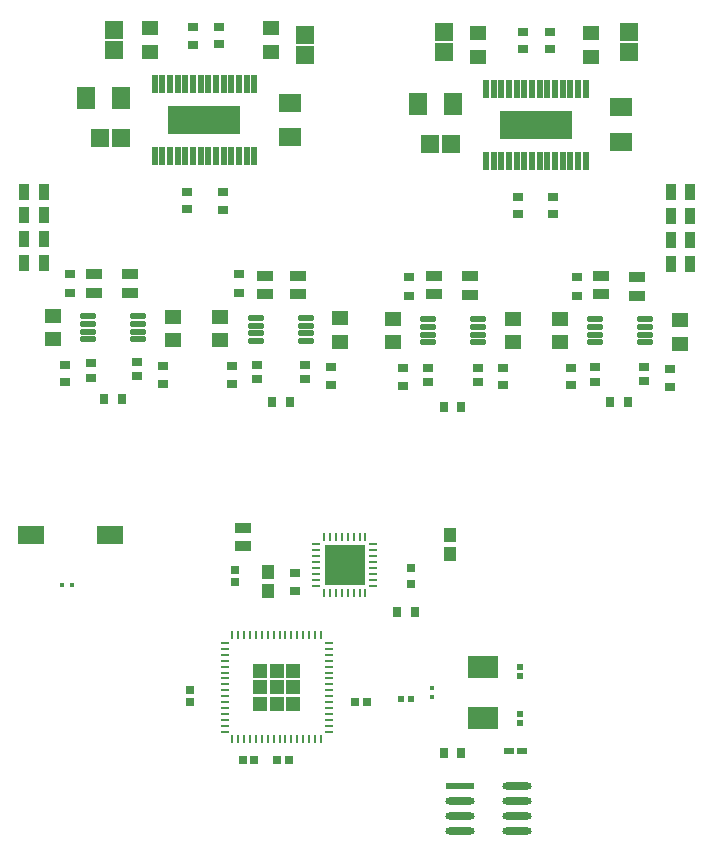
<source format=gtp>
G04*
G04 #@! TF.GenerationSoftware,Altium Limited,Altium Designer,22.10.1 (41)*
G04*
G04 Layer_Color=8421504*
%FSLAX24Y24*%
%MOIN*%
G70*
G04*
G04 #@! TF.SameCoordinates,1A49A545-8501-46E2-8B4D-154AAFE9D792*
G04*
G04*
G04 #@! TF.FilePolarity,Positive*
G04*
G01*
G75*
%ADD17R,0.0335X0.0531*%
%ADD18R,0.0571X0.0472*%
G04:AMPARAMS|DCode=19|XSize=9.8mil|YSize=27.6mil|CornerRadius=2mil|HoleSize=0mil|Usage=FLASHONLY|Rotation=90.000|XOffset=0mil|YOffset=0mil|HoleType=Round|Shape=RoundedRectangle|*
%AMROUNDEDRECTD19*
21,1,0.0098,0.0236,0,0,90.0*
21,1,0.0059,0.0276,0,0,90.0*
1,1,0.0039,0.0118,0.0030*
1,1,0.0039,0.0118,-0.0030*
1,1,0.0039,-0.0118,-0.0030*
1,1,0.0039,-0.0118,0.0030*
%
%ADD19ROUNDEDRECTD19*%
G04:AMPARAMS|DCode=20|XSize=9.8mil|YSize=27.6mil|CornerRadius=2mil|HoleSize=0mil|Usage=FLASHONLY|Rotation=0.000|XOffset=0mil|YOffset=0mil|HoleType=Round|Shape=RoundedRectangle|*
%AMROUNDEDRECTD20*
21,1,0.0098,0.0236,0,0,0.0*
21,1,0.0059,0.0276,0,0,0.0*
1,1,0.0039,0.0030,-0.0118*
1,1,0.0039,-0.0030,-0.0118*
1,1,0.0039,-0.0030,0.0118*
1,1,0.0039,0.0030,0.0118*
%
%ADD20ROUNDEDRECTD20*%
%ADD21R,0.1358X0.1358*%
%ADD22R,0.0354X0.0295*%
G04:AMPARAMS|DCode=23|XSize=97.4mil|YSize=24.5mil|CornerRadius=12.2mil|HoleSize=0mil|Usage=FLASHONLY|Rotation=0.000|XOffset=0mil|YOffset=0mil|HoleType=Round|Shape=RoundedRectangle|*
%AMROUNDEDRECTD23*
21,1,0.0974,0.0000,0,0,0.0*
21,1,0.0729,0.0245,0,0,0.0*
1,1,0.0245,0.0365,0.0000*
1,1,0.0245,-0.0365,0.0000*
1,1,0.0245,-0.0365,0.0000*
1,1,0.0245,0.0365,0.0000*
%
%ADD23ROUNDEDRECTD23*%
%ADD24R,0.0974X0.0245*%
%ADD25R,0.0315X0.0354*%
%ADD26R,0.0374X0.0217*%
%ADD27R,0.0354X0.0315*%
%ADD28R,0.0205X0.0220*%
%ADD29R,0.0299X0.0283*%
%ADD30R,0.0283X0.0299*%
G04:AMPARAMS|DCode=31|XSize=9.4mil|YSize=23.6mil|CornerRadius=1.2mil|HoleSize=0mil|Usage=FLASHONLY|Rotation=0.000|XOffset=0mil|YOffset=0mil|HoleType=Round|Shape=RoundedRectangle|*
%AMROUNDEDRECTD31*
21,1,0.0094,0.0213,0,0,0.0*
21,1,0.0071,0.0236,0,0,0.0*
1,1,0.0024,0.0035,-0.0106*
1,1,0.0024,-0.0035,-0.0106*
1,1,0.0024,-0.0035,0.0106*
1,1,0.0024,0.0035,0.0106*
%
%ADD31ROUNDEDRECTD31*%
G04:AMPARAMS|DCode=32|XSize=23.6mil|YSize=9.4mil|CornerRadius=1.2mil|HoleSize=0mil|Usage=FLASHONLY|Rotation=0.000|XOffset=0mil|YOffset=0mil|HoleType=Round|Shape=RoundedRectangle|*
%AMROUNDEDRECTD32*
21,1,0.0236,0.0071,0,0,0.0*
21,1,0.0213,0.0094,0,0,0.0*
1,1,0.0024,0.0106,-0.0035*
1,1,0.0024,-0.0106,-0.0035*
1,1,0.0024,-0.0106,0.0035*
1,1,0.0024,0.0106,0.0035*
%
%ADD32ROUNDEDRECTD32*%
%ADD33R,0.0469X0.0469*%
%ADD34R,0.1024X0.0748*%
%ADD35R,0.0177X0.0177*%
%ADD36R,0.0177X0.0177*%
%ADD37R,0.0236X0.0217*%
%ADD38R,0.0906X0.0591*%
%ADD39R,0.0398X0.0476*%
G04:AMPARAMS|DCode=40|XSize=94.5mil|YSize=242.9mil|CornerRadius=1.9mil|HoleSize=0mil|Usage=FLASHONLY|Rotation=270.000|XOffset=0mil|YOffset=0mil|HoleType=Round|Shape=RoundedRectangle|*
%AMROUNDEDRECTD40*
21,1,0.0945,0.2391,0,0,270.0*
21,1,0.0907,0.2429,0,0,270.0*
1,1,0.0038,-0.1196,-0.0454*
1,1,0.0038,-0.1196,0.0454*
1,1,0.0038,0.1196,0.0454*
1,1,0.0038,0.1196,-0.0454*
%
%ADD40ROUNDEDRECTD40*%
G04:AMPARAMS|DCode=41|XSize=17.7mil|YSize=63mil|CornerRadius=1.9mil|HoleSize=0mil|Usage=FLASHONLY|Rotation=0.000|XOffset=0mil|YOffset=0mil|HoleType=Round|Shape=RoundedRectangle|*
%AMROUNDEDRECTD41*
21,1,0.0177,0.0591,0,0,0.0*
21,1,0.0138,0.0630,0,0,0.0*
1,1,0.0039,0.0069,-0.0295*
1,1,0.0039,-0.0069,-0.0295*
1,1,0.0039,-0.0069,0.0295*
1,1,0.0039,0.0069,0.0295*
%
%ADD41ROUNDEDRECTD41*%
%ADD42R,0.0621X0.0613*%
%ADD43R,0.0613X0.0621*%
G04:AMPARAMS|DCode=44|XSize=17.7mil|YSize=51.2mil|CornerRadius=4.4mil|HoleSize=0mil|Usage=FLASHONLY|Rotation=90.000|XOffset=0mil|YOffset=0mil|HoleType=Round|Shape=RoundedRectangle|*
%AMROUNDEDRECTD44*
21,1,0.0177,0.0423,0,0,90.0*
21,1,0.0089,0.0512,0,0,90.0*
1,1,0.0089,0.0212,0.0044*
1,1,0.0089,0.0212,-0.0044*
1,1,0.0089,-0.0212,-0.0044*
1,1,0.0089,-0.0212,0.0044*
%
%ADD44ROUNDEDRECTD44*%
G04:AMPARAMS|DCode=45|XSize=17.7mil|YSize=51.2mil|CornerRadius=4.4mil|HoleSize=0mil|Usage=FLASHONLY|Rotation=90.000|XOffset=0mil|YOffset=0mil|HoleType=Round|Shape=RoundedRectangle|*
%AMROUNDEDRECTD45*
21,1,0.0177,0.0423,0,0,90.0*
21,1,0.0089,0.0512,0,0,90.0*
1,1,0.0089,0.0212,0.0044*
1,1,0.0089,0.0212,-0.0044*
1,1,0.0089,-0.0212,-0.0044*
1,1,0.0089,-0.0212,0.0044*
%
%ADD45ROUNDEDRECTD45*%
%ADD46R,0.0593X0.0732*%
%ADD47R,0.0732X0.0593*%
%ADD48R,0.0339X0.0289*%
%ADD49R,0.0531X0.0374*%
%ADD50R,0.0531X0.0374*%
%ADD51R,0.0276X0.0256*%
G36*
X14964Y13196D02*
X14495D01*
Y13664D01*
X14964D01*
Y13196D01*
D02*
G37*
G36*
X14417D02*
X13948D01*
Y13664D01*
X14417D01*
Y13196D01*
D02*
G37*
G36*
X13869D02*
X13401D01*
Y13664D01*
X13869D01*
Y13196D01*
D02*
G37*
G36*
X14964Y12648D02*
X14495D01*
Y13117D01*
X14964D01*
Y12648D01*
D02*
G37*
G36*
X13869D02*
X13401D01*
Y13117D01*
X13869D01*
Y12648D01*
D02*
G37*
G36*
X14964Y12101D02*
X14495D01*
Y12570D01*
X14964D01*
Y12101D01*
D02*
G37*
G36*
X14417D02*
X13948D01*
Y12570D01*
X14417D01*
Y12101D01*
D02*
G37*
G36*
X13869D02*
X13401D01*
Y12570D01*
X13869D01*
Y12101D01*
D02*
G37*
D17*
X6425Y29400D02*
D03*
X5775D02*
D03*
X6425Y28611D02*
D03*
X5775D02*
D03*
X6425Y27822D02*
D03*
X5775D02*
D03*
X6425Y27033D02*
D03*
X5775D02*
D03*
X27325Y27000D02*
D03*
X27975D02*
D03*
X27325Y27800D02*
D03*
X27975D02*
D03*
X27325Y28589D02*
D03*
X27975D02*
D03*
X27325Y29378D02*
D03*
X27975D02*
D03*
D18*
X6723Y24484D02*
D03*
Y25271D02*
D03*
X24650Y34694D02*
D03*
Y33907D02*
D03*
X20895Y34694D02*
D03*
Y33907D02*
D03*
X13995Y34844D02*
D03*
Y34057D02*
D03*
X9950Y34844D02*
D03*
Y34057D02*
D03*
X10731Y25237D02*
D03*
Y24449D02*
D03*
X16300Y25194D02*
D03*
Y24406D02*
D03*
X22077Y25171D02*
D03*
Y24384D02*
D03*
X27622Y25123D02*
D03*
Y24336D02*
D03*
X12301Y25237D02*
D03*
Y24449D02*
D03*
X18068Y24378D02*
D03*
Y25166D02*
D03*
X23625Y24384D02*
D03*
Y25171D02*
D03*
D19*
X15510Y16269D02*
D03*
Y17647D02*
D03*
Y16466D02*
D03*
Y16663D02*
D03*
Y16859D02*
D03*
Y17056D02*
D03*
Y17253D02*
D03*
Y17450D02*
D03*
X17400Y16269D02*
D03*
Y16466D02*
D03*
Y16663D02*
D03*
Y16859D02*
D03*
Y17056D02*
D03*
Y17253D02*
D03*
Y17450D02*
D03*
Y17647D02*
D03*
D20*
X16357Y16013D02*
D03*
X16160D02*
D03*
X15766D02*
D03*
X16947D02*
D03*
X17144D02*
D03*
X16750D02*
D03*
X16554D02*
D03*
X16357Y17903D02*
D03*
X16160D02*
D03*
X15766D02*
D03*
X15963D02*
D03*
X16947D02*
D03*
X17144D02*
D03*
X16750D02*
D03*
X16554D02*
D03*
X15963Y16013D02*
D03*
D21*
X16455Y16958D02*
D03*
D22*
X18590Y26545D02*
D03*
Y25935D02*
D03*
X24190Y25940D02*
D03*
Y26551D02*
D03*
X7290Y26040D02*
D03*
Y26651D02*
D03*
X12940Y26035D02*
D03*
Y26645D02*
D03*
D23*
X22201Y9100D02*
D03*
Y9600D02*
D03*
Y8600D02*
D03*
Y8100D02*
D03*
X20299D02*
D03*
Y8600D02*
D03*
Y9100D02*
D03*
D24*
Y9600D02*
D03*
D25*
X19755Y10700D02*
D03*
X20345D02*
D03*
X18205Y15400D02*
D03*
X18795D02*
D03*
X9035Y22506D02*
D03*
X8444D02*
D03*
X14044Y22390D02*
D03*
X14635D02*
D03*
X19749Y22240D02*
D03*
X20340D02*
D03*
X25299Y22406D02*
D03*
X25889D02*
D03*
D26*
X22376Y10750D02*
D03*
X21924D02*
D03*
D27*
X12400Y28805D02*
D03*
Y29395D02*
D03*
X11200Y28809D02*
D03*
Y29400D02*
D03*
X14800Y16105D02*
D03*
Y16695D02*
D03*
X12250Y34900D02*
D03*
Y34309D02*
D03*
X23390Y29236D02*
D03*
Y28645D02*
D03*
X22240Y29236D02*
D03*
Y28645D02*
D03*
X11402Y34305D02*
D03*
Y34895D02*
D03*
X23290Y34145D02*
D03*
Y34736D02*
D03*
X22390D02*
D03*
Y34145D02*
D03*
X7142Y23045D02*
D03*
Y23636D02*
D03*
X12694Y22995D02*
D03*
Y23586D02*
D03*
X18390Y23530D02*
D03*
Y22940D02*
D03*
X23994Y22945D02*
D03*
Y23536D02*
D03*
X10392Y23008D02*
D03*
Y23598D02*
D03*
X15992Y23548D02*
D03*
Y22958D02*
D03*
X21740Y23536D02*
D03*
Y22945D02*
D03*
X27292Y22895D02*
D03*
Y23486D02*
D03*
D28*
X22300Y13554D02*
D03*
Y13246D02*
D03*
Y11696D02*
D03*
Y12004D02*
D03*
D29*
X17193Y12400D02*
D03*
X16807D02*
D03*
X14207Y10450D02*
D03*
X14593D02*
D03*
X13443D02*
D03*
X13057D02*
D03*
D30*
X11300Y12407D02*
D03*
Y12793D02*
D03*
X12800Y16793D02*
D03*
Y16407D02*
D03*
D31*
X12706Y11150D02*
D03*
X12903D02*
D03*
X13100D02*
D03*
X13296D02*
D03*
X13493D02*
D03*
X13690D02*
D03*
X13887D02*
D03*
X14084D02*
D03*
X14281D02*
D03*
X14478D02*
D03*
X14674D02*
D03*
X14871D02*
D03*
X15068D02*
D03*
X15265D02*
D03*
X15462D02*
D03*
X15659D02*
D03*
Y14615D02*
D03*
X15462D02*
D03*
X15265D02*
D03*
X15068D02*
D03*
X14871D02*
D03*
X14674D02*
D03*
X14478D02*
D03*
X14281D02*
D03*
X14084D02*
D03*
X13887D02*
D03*
X13690D02*
D03*
X13493D02*
D03*
X13296D02*
D03*
X13100D02*
D03*
X12903D02*
D03*
X12706D02*
D03*
D32*
X12450Y13178D02*
D03*
Y12981D02*
D03*
Y12784D02*
D03*
Y12587D02*
D03*
Y12391D02*
D03*
Y12194D02*
D03*
Y11997D02*
D03*
Y11800D02*
D03*
Y11603D02*
D03*
Y11406D02*
D03*
X15915D02*
D03*
Y11603D02*
D03*
Y11800D02*
D03*
Y11997D02*
D03*
Y12194D02*
D03*
Y12391D02*
D03*
Y12587D02*
D03*
Y12784D02*
D03*
Y12981D02*
D03*
Y13965D02*
D03*
Y14162D02*
D03*
Y14359D02*
D03*
X12450Y13769D02*
D03*
Y13572D02*
D03*
Y14359D02*
D03*
Y14162D02*
D03*
Y13965D02*
D03*
Y13375D02*
D03*
X15915Y13178D02*
D03*
Y13375D02*
D03*
Y13572D02*
D03*
Y13769D02*
D03*
D33*
X14182Y12883D02*
D03*
D34*
X21050Y11854D02*
D03*
Y13546D02*
D03*
D35*
X7357Y16300D02*
D03*
X7043D02*
D03*
D36*
X19350Y12857D02*
D03*
Y12543D02*
D03*
D37*
X18333Y12500D02*
D03*
X18667D02*
D03*
D38*
X5981Y17950D02*
D03*
X8619D02*
D03*
D39*
X13900Y16731D02*
D03*
Y16100D02*
D03*
X19950Y17966D02*
D03*
Y17334D02*
D03*
D40*
X22826Y31641D02*
D03*
X11776Y31791D02*
D03*
D41*
X23978Y30440D02*
D03*
X13184Y30590D02*
D03*
X24490Y32842D02*
D03*
X24234D02*
D03*
X23978D02*
D03*
X23722D02*
D03*
X23466D02*
D03*
X23210D02*
D03*
X22954D02*
D03*
X22698D02*
D03*
X22443D02*
D03*
X22187D02*
D03*
X21931D02*
D03*
X21675D02*
D03*
X21419D02*
D03*
X21163D02*
D03*
Y30440D02*
D03*
X21419D02*
D03*
X21675D02*
D03*
X21931D02*
D03*
X22187D02*
D03*
X22443D02*
D03*
X22698D02*
D03*
X22954D02*
D03*
X23210D02*
D03*
X23466D02*
D03*
X23722D02*
D03*
X24234D02*
D03*
X24490D02*
D03*
X13440Y32992D02*
D03*
X13184D02*
D03*
X12928D02*
D03*
X12672D02*
D03*
X12416D02*
D03*
X12160D02*
D03*
X11904D02*
D03*
X11648D02*
D03*
X11393D02*
D03*
X11137D02*
D03*
X10881D02*
D03*
X10625D02*
D03*
X10369D02*
D03*
X10113D02*
D03*
Y30590D02*
D03*
X10369D02*
D03*
X10625D02*
D03*
X10881D02*
D03*
X11137D02*
D03*
X11393D02*
D03*
X11648D02*
D03*
X11904D02*
D03*
X12160D02*
D03*
X12416D02*
D03*
X12672D02*
D03*
X12928D02*
D03*
X13440D02*
D03*
D42*
X19300Y30990D02*
D03*
X19980D02*
D03*
X8990Y31190D02*
D03*
X8309D02*
D03*
D43*
X19750Y34060D02*
D03*
Y34740D02*
D03*
X25940Y34050D02*
D03*
Y34730D02*
D03*
X15140Y34630D02*
D03*
Y33950D02*
D03*
X8750Y34790D02*
D03*
Y34110D02*
D03*
D44*
X26447Y25146D02*
D03*
X24794Y24378D02*
D03*
Y24890D02*
D03*
Y25146D02*
D03*
X26447Y24634D02*
D03*
Y24890D02*
D03*
X24794Y24634D02*
D03*
X19240Y25146D02*
D03*
Y24890D02*
D03*
Y24634D02*
D03*
Y24378D02*
D03*
X20893Y24634D02*
D03*
Y24890D02*
D03*
Y25146D02*
D03*
X13494Y25196D02*
D03*
Y24940D02*
D03*
Y24684D02*
D03*
Y24429D02*
D03*
X15147Y24684D02*
D03*
Y24940D02*
D03*
Y25196D02*
D03*
X7894Y25246D02*
D03*
Y24990D02*
D03*
Y24734D02*
D03*
Y24478D02*
D03*
X9547Y24734D02*
D03*
Y24990D02*
D03*
Y25246D02*
D03*
D45*
X26447Y24378D02*
D03*
X20893D02*
D03*
X15147Y24429D02*
D03*
X9547Y24478D02*
D03*
D46*
X18895Y32340D02*
D03*
X20058D02*
D03*
X7845Y32540D02*
D03*
X9008D02*
D03*
D47*
X14614Y32371D02*
D03*
Y31209D02*
D03*
X25664Y31059D02*
D03*
Y32222D02*
D03*
D48*
X7990Y23688D02*
D03*
Y23203D02*
D03*
X9544Y23733D02*
D03*
Y23248D02*
D03*
X13542Y23638D02*
D03*
Y23154D02*
D03*
X15140Y23633D02*
D03*
Y23148D02*
D03*
X19240Y23533D02*
D03*
Y23048D02*
D03*
X20890Y23533D02*
D03*
Y23048D02*
D03*
X24794Y23546D02*
D03*
Y23061D02*
D03*
X26444Y23570D02*
D03*
Y23085D02*
D03*
D49*
X9290Y26035D02*
D03*
Y26645D02*
D03*
X14890Y25985D02*
D03*
Y26595D02*
D03*
X20640Y25969D02*
D03*
Y26580D02*
D03*
X26194Y25935D02*
D03*
Y26545D02*
D03*
X8090Y26035D02*
D03*
Y26645D02*
D03*
X13790Y25985D02*
D03*
Y26595D02*
D03*
X19440Y25985D02*
D03*
Y26595D02*
D03*
X24994D02*
D03*
Y25985D02*
D03*
D50*
X13050Y18195D02*
D03*
Y17605D02*
D03*
D51*
X18650Y16866D02*
D03*
Y16334D02*
D03*
M02*

</source>
